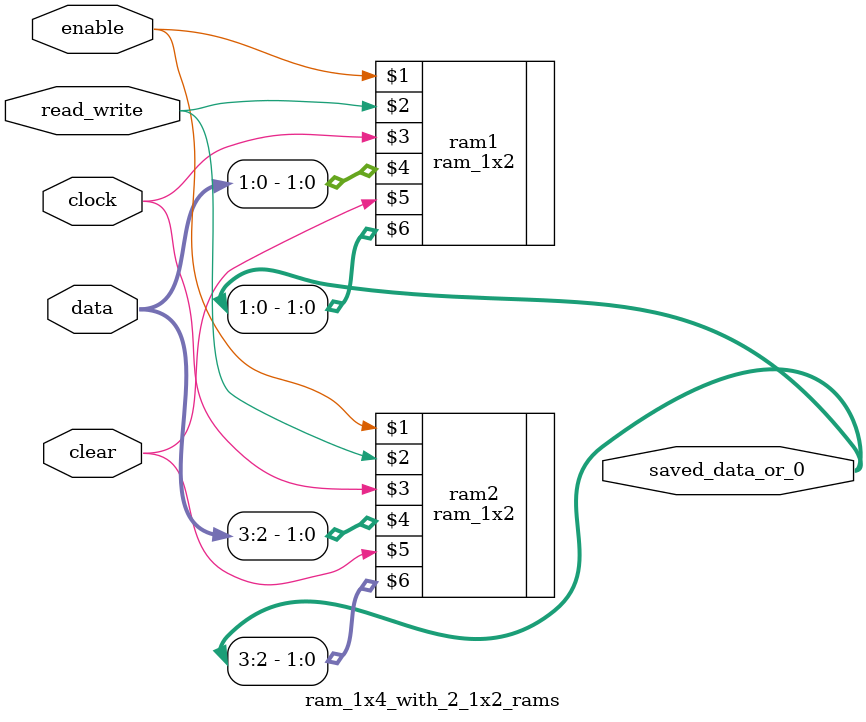
<source format=v>

`ifndef RAM_1X4_WITH_2_1X2_RAMS_V
`define RAM_1X4_WITH_2_1X2_RAMS_V

`include "RAM_1x2.v"

module ram_1x4_with_2_1x2_rams (input enable, input read_write, input clock, input [3:0] data, input clear, output [3:0] saved_data_or_0);

    ram_1x2 ram1(enable, read_write, clock, data[1:0], clear, saved_data_or_0[1:0]);
    ram_1x2 ram2(enable, read_write, clock, data[3:2], clear, saved_data_or_0[3:2]);

endmodule

`endif
</source>
